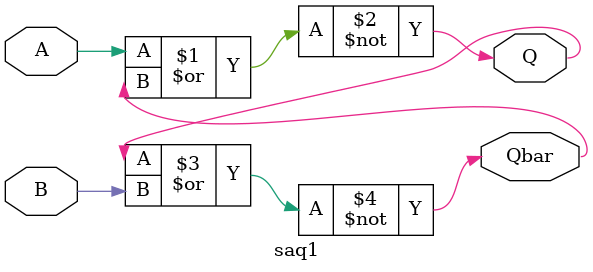
<source format=v>
module saq1 (Q,Qbar,A,B);
input A,B;
output Q,Qbar;

 nor G1 (Q,A,Qbar);
 nor G2 (Qbar,Q,B);
 
 endmodule
</source>
